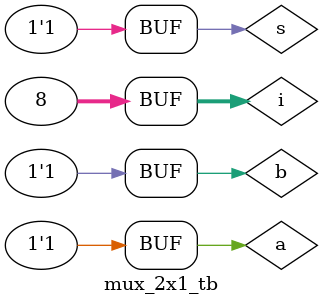
<source format=v>
module mux_2x1_tb();
	reg a,b,s;
	wire y;
	integer i;
	mux_2x1 m1(.a(a),.b(b),.s(s),.y(y));
	initial
		begin
		for(i=0;i<8;i=i+1)
			begin
			{a,b,s}=i;
			#10;
			end
		end
	initial
	$monitor("a=%b,b=%b,s=%b,y=%b",a,b,s,y);
endmodule

</source>
